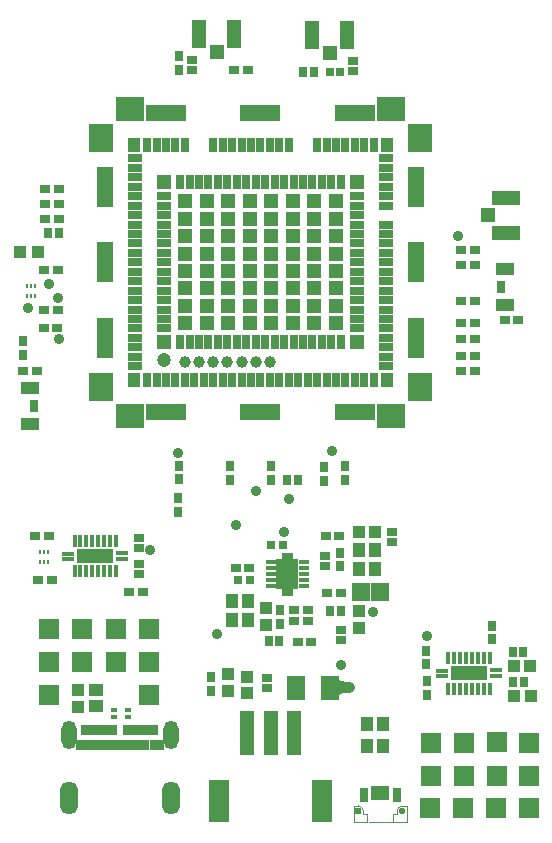
<source format=gts>
G04*
G04 #@! TF.GenerationSoftware,Altium Limited,Altium Designer,18.0.7 (293)*
G04*
G04 Layer_Color=8388736*
%FSLAX25Y25*%
%MOIN*%
G70*
G01*
G75*
%ADD12C,0.00299*%
%ADD21C,0.00300*%
%ADD69R,0.04737X0.02769*%
%ADD70R,0.02769X0.04737*%
%ADD71C,0.03950*%
%ADD72C,0.04737*%
%ADD73R,0.04343X0.04737*%
%ADD74R,0.04737X0.04737*%
%ADD75R,0.08280X0.09461*%
%ADD76R,0.09461X0.08280*%
%ADD77R,0.05524X0.13792*%
%ADD78R,0.13792X0.05524*%
%ADD79R,0.01981X0.03556*%
%ADD80R,0.04737X0.03556*%
%ADD81R,0.09461X0.04934*%
%ADD82R,0.04934X0.04934*%
%ADD83R,0.04934X0.04934*%
%ADD84R,0.04934X0.09461*%
%ADD85R,0.06312X0.03950*%
%ADD86R,0.03162X0.04343*%
%ADD87R,0.03753X0.03162*%
%ADD88R,0.04343X0.03950*%
%ADD89R,0.03162X0.03753*%
%ADD90R,0.03950X0.04343*%
%ADD91R,0.04343X0.01745*%
%ADD92R,0.01745X0.04343*%
%ADD93R,0.12217X0.04737*%
%ADD94R,0.01024X0.01614*%
%ADD95R,0.07300X0.10249*%
%ADD96R,0.03359X0.01784*%
%ADD97R,0.01902X0.02965*%
%ADD98C,0.03543*%
%ADD99R,0.03320X0.03162*%
%ADD100R,0.04343X0.04737*%
%ADD101R,0.04343X0.04343*%
%ADD102R,0.06706X0.14186*%
%ADD103R,0.04737X0.14580*%
%ADD104R,0.05918X0.07887*%
%ADD105R,0.04737X0.04343*%
%ADD106R,0.02205X0.01417*%
%ADD107R,0.03162X0.02769*%
%ADD108R,0.05918X0.06312*%
%ADD109R,0.03162X0.03320*%
%ADD110R,0.05906X0.04724*%
%ADD111R,0.03150X0.04724*%
%ADD112R,0.04343X0.04343*%
%ADD113R,0.02690X0.02926*%
%ADD114C,0.03800*%
%ADD115O,0.05131X0.09461*%
%ADD116O,0.05918X0.11036*%
%ADD117R,0.06706X0.06706*%
%ADD118R,0.06706X0.06706*%
%ADD119C,0.02299*%
%ADD120C,0.02402*%
G36*
X120083Y79420D02*
X120089Y79420D01*
X120109Y79418D01*
X120130Y79417D01*
X120135Y79416D01*
X120141Y79415D01*
X120161Y79411D01*
X120182Y79407D01*
X120187Y79405D01*
X120192Y79404D01*
X120211Y79397D01*
X120231Y79390D01*
X120236Y79387D01*
X120241Y79386D01*
X120260Y79376D01*
X120279Y79366D01*
X120283Y79364D01*
X120288Y79361D01*
X120305Y79349D01*
X120322Y79337D01*
X120326Y79334D01*
X120330Y79331D01*
X120346Y79317D01*
X120361Y79303D01*
X120365Y79299D01*
X120369Y79295D01*
X120382Y79279D01*
X120396Y79263D01*
X120399Y79259D01*
X120402Y79255D01*
X120414Y79237D01*
X120425Y79220D01*
X120428Y79215D01*
X120430Y79211D01*
X120439Y79191D01*
X120448Y79173D01*
X120450Y79168D01*
X120452Y79163D01*
X120458Y79143D01*
X120465Y79123D01*
X120466Y79118D01*
X120468Y79113D01*
X120471Y79092D01*
X120475Y79072D01*
X120476Y79066D01*
X120477Y79061D01*
X120502Y78823D01*
X120559Y78660D01*
X120655Y78516D01*
X120801Y78381D01*
X121010Y78253D01*
X121286Y78140D01*
X121633Y78047D01*
X122049Y77977D01*
X122531Y77935D01*
X123089Y77920D01*
X123109Y77918D01*
X123130Y77917D01*
X123135Y77916D01*
X123141Y77915D01*
X123161Y77911D01*
X123182Y77907D01*
X123187Y77905D01*
X123192Y77904D01*
X123212Y77896D01*
X123231Y77890D01*
X123236Y77887D01*
X123241Y77886D01*
X123260Y77876D01*
X123278Y77867D01*
X123283Y77864D01*
X123288Y77861D01*
X123305Y77849D01*
X123322Y77837D01*
X123326Y77834D01*
X123330Y77831D01*
X123346Y77817D01*
X123362Y77803D01*
X123365Y77799D01*
X123369Y77795D01*
X123382Y77779D01*
X123396Y77763D01*
X123399Y77759D01*
X123402Y77755D01*
X123414Y77737D01*
X123425Y77720D01*
X123427Y77715D01*
X123430Y77711D01*
X123439Y77692D01*
X123448Y77673D01*
X123450Y77668D01*
X123452Y77663D01*
X123459Y77643D01*
X123465Y77623D01*
X123466Y77618D01*
X123468Y77613D01*
X123471Y77592D01*
X123476Y77572D01*
X123476Y77566D01*
X123477Y77561D01*
X123478Y77540D01*
X123479Y77519D01*
Y74519D01*
X123478Y74498D01*
X123477Y74477D01*
X123476Y74472D01*
X123476Y74467D01*
X123471Y74447D01*
X123468Y74426D01*
X123466Y74421D01*
X123465Y74416D01*
X123459Y74396D01*
X123452Y74376D01*
X123450Y74371D01*
X123448Y74366D01*
X123439Y74347D01*
X123430Y74328D01*
X123428Y74324D01*
X123425Y74319D01*
X123414Y74302D01*
X123402Y74284D01*
X123399Y74280D01*
X123396Y74275D01*
X123382Y74260D01*
X123369Y74243D01*
X123365Y74240D01*
X123362Y74236D01*
X123346Y74222D01*
X123330Y74208D01*
X123326Y74205D01*
X123322Y74201D01*
X123305Y74190D01*
X123288Y74178D01*
X123283Y74175D01*
X123278Y74172D01*
X123260Y74163D01*
X123241Y74153D01*
X123236Y74151D01*
X123231Y74149D01*
X123212Y74142D01*
X123192Y74135D01*
X123187Y74134D01*
X123182Y74132D01*
X123161Y74128D01*
X123141Y74124D01*
X123135Y74123D01*
X123130Y74122D01*
X123109Y74121D01*
X123089Y74119D01*
X122531Y74104D01*
X122049Y74062D01*
X121633Y73992D01*
X121286Y73899D01*
X121010Y73786D01*
X120801Y73658D01*
X120655Y73523D01*
X120559Y73379D01*
X120502Y73216D01*
X120477Y72977D01*
X120476Y72972D01*
X120475Y72967D01*
X120471Y72947D01*
X120468Y72926D01*
X120466Y72921D01*
X120465Y72916D01*
X120458Y72896D01*
X120452Y72876D01*
X120450Y72871D01*
X120448Y72866D01*
X120439Y72847D01*
X120430Y72828D01*
X120428Y72824D01*
X120425Y72819D01*
X120414Y72802D01*
X120402Y72784D01*
X120399Y72780D01*
X120396Y72775D01*
X120382Y72760D01*
X120369Y72743D01*
X120365Y72740D01*
X120361Y72736D01*
X120346Y72722D01*
X120330Y72708D01*
X120326Y72705D01*
X120322Y72701D01*
X120305Y72690D01*
X120288Y72678D01*
X120283Y72675D01*
X120279Y72672D01*
X120259Y72663D01*
X120241Y72653D01*
X120236Y72651D01*
X120231Y72649D01*
X120211Y72642D01*
X120192Y72635D01*
X120187Y72634D01*
X120182Y72632D01*
X120161Y72628D01*
X120141Y72623D01*
X120135Y72623D01*
X120130Y72622D01*
X120109Y72621D01*
X120089Y72619D01*
X120083Y72619D01*
X120078Y72619D01*
X120057Y72620D01*
X120036Y72621D01*
X120031Y72622D01*
X120026Y72622D01*
X120005Y72626D01*
X119984Y72630D01*
X119980Y72631D01*
X119974Y72632D01*
X119954Y72639D01*
X119934Y72645D01*
X119930Y72647D01*
X119925Y72649D01*
X119906Y72658D01*
X119887Y72667D01*
X119882Y72670D01*
X119878Y72672D01*
X119860Y72684D01*
X119842Y72695D01*
X119838Y72698D01*
X119834Y72701D01*
X119818Y72715D01*
X119802Y72729D01*
X119799Y72733D01*
X119795Y72736D01*
X119781Y72752D01*
X119766Y72767D01*
X119764Y72771D01*
X119760Y72775D01*
X119748Y72793D01*
X119736Y72810D01*
X119734Y72815D01*
X119731Y72819D01*
X119721Y72838D01*
X119712Y72856D01*
X119710Y72861D01*
X119708Y72866D01*
X119701Y72886D01*
X119694Y72906D01*
X119693Y72911D01*
X119691Y72916D01*
X119687Y72936D01*
X119682Y72957D01*
X119682Y72962D01*
X119681Y72967D01*
X119679Y72988D01*
X119677Y73009D01*
X119677Y73014D01*
X119677Y73019D01*
Y79019D01*
X119677Y79025D01*
X119677Y79030D01*
X119679Y79051D01*
X119681Y79072D01*
X119682Y79077D01*
X119682Y79082D01*
X119687Y79102D01*
X119691Y79123D01*
X119693Y79128D01*
X119694Y79133D01*
X119701Y79153D01*
X119708Y79173D01*
X119710Y79178D01*
X119712Y79182D01*
X119722Y79201D01*
X119731Y79220D01*
X119734Y79224D01*
X119736Y79229D01*
X119748Y79246D01*
X119760Y79263D01*
X119764Y79267D01*
X119766Y79272D01*
X119781Y79287D01*
X119795Y79303D01*
X119799Y79306D01*
X119802Y79310D01*
X119818Y79324D01*
X119834Y79337D01*
X119838Y79340D01*
X119842Y79344D01*
X119860Y79355D01*
X119878Y79366D01*
X119882Y79369D01*
X119887Y79372D01*
X119906Y79381D01*
X119925Y79390D01*
X119930Y79391D01*
X119934Y79394D01*
X119954Y79400D01*
X119974Y79407D01*
X119979Y79408D01*
X119984Y79409D01*
X120005Y79413D01*
X120026Y79417D01*
X120031Y79417D01*
X120036Y79418D01*
X120057Y79419D01*
X120078Y79420D01*
X120083Y79420D01*
D02*
G37*
D12*
X128670Y34878D02*
G03*
X127095Y36492I-1595J20D01*
G01*
X141655Y36480D02*
G03*
X140041Y34905I-20J-1595D01*
G01*
D21*
X129953Y33815D02*
X130088D01*
Y30980D02*
Y33815D01*
Y30980D02*
X130090D01*
X130048D02*
X130090D01*
X128670Y33815D02*
X129953D01*
X128670D02*
Y34878D01*
X125560Y36492D02*
X127095D01*
X125560Y35822D02*
Y36492D01*
X130490Y30990D02*
X138220D01*
X125560Y30980D02*
X130090D01*
X125560D02*
Y35822D01*
X138614Y30990D02*
X143141D01*
Y35281D01*
Y36492D01*
X142236D02*
X143141D01*
X141655D02*
X142236D01*
X140031Y34905D02*
X140041D01*
X140031Y33815D02*
Y34905D01*
X138614Y30990D02*
Y33815D01*
X140031D01*
D69*
X52488Y183056D02*
D03*
Y186206D02*
D03*
Y189355D02*
D03*
Y192505D02*
D03*
Y195654D02*
D03*
Y198804D02*
D03*
Y201954D02*
D03*
Y205103D02*
D03*
Y208253D02*
D03*
Y211403D02*
D03*
Y214552D02*
D03*
Y217702D02*
D03*
Y220851D02*
D03*
Y224001D02*
D03*
Y227151D02*
D03*
Y230300D02*
D03*
Y233450D02*
D03*
Y236599D02*
D03*
Y239749D02*
D03*
Y242899D02*
D03*
Y246048D02*
D03*
Y249198D02*
D03*
Y252347D02*
D03*
X136346D02*
D03*
Y249198D02*
D03*
Y246048D02*
D03*
Y242899D02*
D03*
Y239749D02*
D03*
Y236599D02*
D03*
Y230300D02*
D03*
Y227151D02*
D03*
Y224001D02*
D03*
Y220851D02*
D03*
Y217702D02*
D03*
Y214552D02*
D03*
Y211403D02*
D03*
Y208253D02*
D03*
Y205103D02*
D03*
Y201954D02*
D03*
Y198804D02*
D03*
Y195654D02*
D03*
Y192505D02*
D03*
Y189355D02*
D03*
Y186206D02*
D03*
Y183056D02*
D03*
X62212Y195654D02*
D03*
Y198804D02*
D03*
Y201954D02*
D03*
Y205103D02*
D03*
Y208253D02*
D03*
Y211403D02*
D03*
Y214552D02*
D03*
Y217702D02*
D03*
Y220851D02*
D03*
Y224001D02*
D03*
Y227151D02*
D03*
Y230300D02*
D03*
Y233450D02*
D03*
Y236599D02*
D03*
Y239749D02*
D03*
X126622D02*
D03*
Y236599D02*
D03*
Y233450D02*
D03*
Y230300D02*
D03*
Y227151D02*
D03*
Y224001D02*
D03*
Y220851D02*
D03*
Y217702D02*
D03*
Y214552D02*
D03*
Y211403D02*
D03*
Y208253D02*
D03*
Y205103D02*
D03*
Y201954D02*
D03*
Y198804D02*
D03*
Y195654D02*
D03*
D70*
X56622Y256875D02*
D03*
X59771D02*
D03*
X62921D02*
D03*
X66070D02*
D03*
X69220D02*
D03*
X78669D02*
D03*
X81818D02*
D03*
X84968D02*
D03*
X88118D02*
D03*
X91267D02*
D03*
X94417D02*
D03*
X97566D02*
D03*
X100716D02*
D03*
X103866D02*
D03*
X113314D02*
D03*
X116464D02*
D03*
X119614D02*
D03*
X122763D02*
D03*
X125913D02*
D03*
X129062D02*
D03*
X132212D02*
D03*
Y178528D02*
D03*
X129062D02*
D03*
X125913D02*
D03*
X122763D02*
D03*
X119614D02*
D03*
X116464D02*
D03*
X113314D02*
D03*
X110165D02*
D03*
X107015D02*
D03*
X103866D02*
D03*
X100716D02*
D03*
X97566D02*
D03*
X94417D02*
D03*
X91267D02*
D03*
X88118D02*
D03*
X84968D02*
D03*
X81818D02*
D03*
X78669D02*
D03*
X75519D02*
D03*
X72370D02*
D03*
X69220D02*
D03*
X66070D02*
D03*
X62921D02*
D03*
X59771D02*
D03*
X56622D02*
D03*
X67645Y244395D02*
D03*
X70795D02*
D03*
X73944D02*
D03*
X77094D02*
D03*
X80244D02*
D03*
X83393D02*
D03*
X86543D02*
D03*
X89692D02*
D03*
X92842D02*
D03*
X95992D02*
D03*
X99141D02*
D03*
X102291D02*
D03*
X105440D02*
D03*
X108590D02*
D03*
X111740D02*
D03*
X114889D02*
D03*
X118039D02*
D03*
X121188D02*
D03*
Y191009D02*
D03*
X118039D02*
D03*
X114889D02*
D03*
X111740D02*
D03*
X108590D02*
D03*
X105440D02*
D03*
X102291D02*
D03*
X99141D02*
D03*
X95992D02*
D03*
X92842D02*
D03*
X89692D02*
D03*
X86543D02*
D03*
X83393D02*
D03*
X80244D02*
D03*
X77094D02*
D03*
X73944D02*
D03*
X70795D02*
D03*
X67645D02*
D03*
D71*
X97566Y184316D02*
D03*
X92842D02*
D03*
X88118D02*
D03*
X83393D02*
D03*
X78669D02*
D03*
X73944D02*
D03*
X69220D02*
D03*
D72*
X62212Y185123D02*
D03*
D73*
X136543Y178528D02*
D03*
X52291D02*
D03*
X136543Y256875D02*
D03*
X52291D02*
D03*
D74*
X69269Y214798D02*
D03*
X76454D02*
D03*
X83639D02*
D03*
X90824D02*
D03*
X98009D02*
D03*
X105194D02*
D03*
X112379D02*
D03*
X119564D02*
D03*
X69269Y208991D02*
D03*
X76454D02*
D03*
X83639D02*
D03*
X90824D02*
D03*
X98009D02*
D03*
X105194D02*
D03*
X112379D02*
D03*
X119564D02*
D03*
X69269Y203184D02*
D03*
X76454D02*
D03*
X83639D02*
D03*
X90824D02*
D03*
X98009D02*
D03*
X105194D02*
D03*
X112379D02*
D03*
X119564D02*
D03*
X69269Y197377D02*
D03*
X76454D02*
D03*
X83639D02*
D03*
X90824D02*
D03*
X98009D02*
D03*
X105194D02*
D03*
X112379D02*
D03*
X119564D02*
D03*
Y220605D02*
D03*
X112379D02*
D03*
X105194D02*
D03*
X98009D02*
D03*
X90824D02*
D03*
X83639D02*
D03*
X76454D02*
D03*
X69269D02*
D03*
X119564Y226412D02*
D03*
X112379D02*
D03*
X105194D02*
D03*
X98009D02*
D03*
X90824D02*
D03*
X83639D02*
D03*
X76454D02*
D03*
X69269D02*
D03*
X119564Y232220D02*
D03*
X112379D02*
D03*
X105194D02*
D03*
X98009D02*
D03*
X90824D02*
D03*
X83639D02*
D03*
X76454D02*
D03*
X69269D02*
D03*
X119564Y238026D02*
D03*
X112379D02*
D03*
X105194D02*
D03*
X98009D02*
D03*
X90824D02*
D03*
X83639D02*
D03*
X76454D02*
D03*
X69269D02*
D03*
X62212Y244395D02*
D03*
X126622D02*
D03*
Y191009D02*
D03*
X62212D02*
D03*
D75*
X147566Y176166D02*
D03*
X41267D02*
D03*
X147566Y259237D02*
D03*
X41267D02*
D03*
D76*
X137921Y166521D02*
D03*
X50913D02*
D03*
X137921Y268883D02*
D03*
X50913D02*
D03*
D77*
X42645Y192505D02*
D03*
Y217702D02*
D03*
Y242899D02*
D03*
X146188D02*
D03*
Y217702D02*
D03*
Y192505D02*
D03*
D78*
X62921Y267505D02*
D03*
X94417D02*
D03*
X125913D02*
D03*
Y167899D02*
D03*
X94417D02*
D03*
X62921D02*
D03*
D79*
X35761Y61817D02*
D03*
X37730D02*
D03*
X39698D02*
D03*
X41667D02*
D03*
X43635D02*
D03*
X45604D02*
D03*
X49541D02*
D03*
X51509D02*
D03*
X53478D02*
D03*
X55446D02*
D03*
X57415D02*
D03*
X59383D02*
D03*
X56430Y56698D02*
D03*
X54462D02*
D03*
X52493D02*
D03*
X50525D02*
D03*
X48556D02*
D03*
X46588D02*
D03*
X44619D02*
D03*
X42651D02*
D03*
X40682D02*
D03*
X38714D02*
D03*
D80*
X59777D02*
D03*
X35367D02*
D03*
D81*
X176180Y227613D02*
D03*
Y239227D02*
D03*
D82*
X170176Y233420D02*
D03*
D83*
X79880Y287716D02*
D03*
X117527Y287556D02*
D03*
D84*
X74073Y293720D02*
D03*
X85687D02*
D03*
X123334Y293560D02*
D03*
X111720D02*
D03*
D85*
X17542Y175706D02*
D03*
Y163894D02*
D03*
X175958Y203535D02*
D03*
Y215346D02*
D03*
D86*
X18920Y169800D02*
D03*
X174580Y209440D02*
D03*
D87*
X19844Y181520D02*
D03*
X15316D02*
D03*
X175860Y198460D02*
D03*
X180388D02*
D03*
X161316Y204960D02*
D03*
X165844D02*
D03*
X161320Y192040D02*
D03*
X165848D02*
D03*
X161240Y197340D02*
D03*
X165768D02*
D03*
X50596Y107820D02*
D03*
X55124D02*
D03*
X161360Y216900D02*
D03*
X165888D02*
D03*
X27195Y242175D02*
D03*
X22667D02*
D03*
X161360Y221780D02*
D03*
X165888D02*
D03*
X27195Y237095D02*
D03*
X22667D02*
D03*
X161360Y186635D02*
D03*
X165888D02*
D03*
X27195Y232255D02*
D03*
X22667D02*
D03*
X161360Y181595D02*
D03*
X165888D02*
D03*
X24884Y111940D02*
D03*
X20356D02*
D03*
X19276Y126540D02*
D03*
X23804D02*
D03*
X22372Y215260D02*
D03*
X26900D02*
D03*
X111368Y91300D02*
D03*
X106840D02*
D03*
X90724Y115740D02*
D03*
X86196D02*
D03*
X120684Y126380D02*
D03*
X116156D02*
D03*
X116616Y107440D02*
D03*
X121144D02*
D03*
X26955Y201875D02*
D03*
X22427D02*
D03*
X85696Y281720D02*
D03*
X90224D02*
D03*
X22204Y195735D02*
D03*
X26731D02*
D03*
D88*
X33674Y69493D02*
D03*
Y75004D02*
D03*
X89860Y79616D02*
D03*
Y74104D02*
D03*
X127194Y101304D02*
D03*
Y95793D02*
D03*
X96160Y96824D02*
D03*
Y102336D02*
D03*
D89*
X122551Y149723D02*
D03*
Y145195D02*
D03*
X66960Y134492D02*
D03*
Y139020D02*
D03*
X67231Y281867D02*
D03*
Y286395D02*
D03*
X149840Y78064D02*
D03*
Y73536D02*
D03*
X84200Y149760D02*
D03*
Y145232D02*
D03*
X171560Y96604D02*
D03*
Y92076D02*
D03*
X149740Y88288D02*
D03*
Y83760D02*
D03*
X77980Y79308D02*
D03*
Y74780D02*
D03*
X120860Y120924D02*
D03*
Y116396D02*
D03*
X101040Y101744D02*
D03*
Y97216D02*
D03*
X97911Y149662D02*
D03*
Y145135D02*
D03*
X15160Y186856D02*
D03*
Y191384D02*
D03*
X67131Y145371D02*
D03*
Y149899D02*
D03*
X115660Y149360D02*
D03*
Y144832D02*
D03*
D90*
X184516Y73120D02*
D03*
X179004D02*
D03*
X184396Y83080D02*
D03*
X178884D02*
D03*
X132670Y127749D02*
D03*
X127158D02*
D03*
D91*
X48388Y120770D02*
D03*
X30278Y120572D02*
D03*
Y118801D02*
D03*
X48388D02*
D03*
X173015Y81724D02*
D03*
X154905Y81527D02*
D03*
Y79756D02*
D03*
X173015D02*
D03*
D92*
X46223Y124904D02*
D03*
X44254D02*
D03*
X42286D02*
D03*
X40317D02*
D03*
X38349D02*
D03*
X36380D02*
D03*
X34412D02*
D03*
X32443D02*
D03*
Y114667D02*
D03*
X34412D02*
D03*
X36380D02*
D03*
X38349D02*
D03*
X40317D02*
D03*
X42286D02*
D03*
X44254D02*
D03*
X46223D02*
D03*
X170850Y85858D02*
D03*
X168881D02*
D03*
X166913D02*
D03*
X164944D02*
D03*
X162976D02*
D03*
X161007D02*
D03*
X159039D02*
D03*
X157070D02*
D03*
Y75622D02*
D03*
X159039D02*
D03*
X161007D02*
D03*
X162976D02*
D03*
X164944D02*
D03*
X166913D02*
D03*
X168881D02*
D03*
X170850D02*
D03*
D93*
X39333Y119785D02*
D03*
X163960Y80740D02*
D03*
D94*
X19198Y209686D02*
D03*
X17820D02*
D03*
X16442D02*
D03*
X19198Y206340D02*
D03*
X17820D02*
D03*
X16442D02*
D03*
X20902Y117713D02*
D03*
X22280D02*
D03*
X23658D02*
D03*
X20902Y121060D02*
D03*
X22280D02*
D03*
X23658D02*
D03*
D95*
X103432Y113701D02*
D03*
D96*
X97960Y109843D02*
D03*
Y111811D02*
D03*
Y113780D02*
D03*
Y115743D02*
D03*
Y117717D02*
D03*
X108984D02*
D03*
Y115749D02*
D03*
Y113780D02*
D03*
Y111811D02*
D03*
Y109843D02*
D03*
D97*
X104417Y107894D02*
D03*
X102448D02*
D03*
Y119508D02*
D03*
X104417D02*
D03*
D98*
X102174Y127889D02*
D03*
X160376Y226615D02*
D03*
X79960Y93700D02*
D03*
X131994Y101268D02*
D03*
X104011Y138655D02*
D03*
X23920Y210580D02*
D03*
X17040Y202560D02*
D03*
X26920Y205880D02*
D03*
X27360Y192180D02*
D03*
X67051Y154075D02*
D03*
X92860Y141400D02*
D03*
X86180Y130200D02*
D03*
X118380Y154940D02*
D03*
X149980Y93020D02*
D03*
X57740Y121780D02*
D03*
X121260Y83620D02*
D03*
D99*
X53832Y113715D02*
D03*
Y117180D02*
D03*
X96660Y75768D02*
D03*
Y79232D02*
D03*
X138240Y124368D02*
D03*
Y127832D02*
D03*
X115994Y119849D02*
D03*
Y116384D02*
D03*
X121420Y91735D02*
D03*
Y95200D02*
D03*
X110400Y98288D02*
D03*
Y101752D02*
D03*
X105740Y98268D02*
D03*
Y101732D02*
D03*
X71700Y285132D02*
D03*
Y281668D02*
D03*
X53832Y122308D02*
D03*
Y125772D02*
D03*
X125320Y281360D02*
D03*
Y284825D02*
D03*
D100*
X132499Y115323D02*
D03*
X127184D02*
D03*
Y121819D02*
D03*
X132499D02*
D03*
X90360Y98440D02*
D03*
X85045D02*
D03*
X90320Y104660D02*
D03*
X85005D02*
D03*
X135408Y56383D02*
D03*
X130093D02*
D03*
X135344Y63832D02*
D03*
X130029D02*
D03*
D101*
X83741Y80611D02*
D03*
Y74667D02*
D03*
D102*
X80708Y38140D02*
D03*
X114960D02*
D03*
D103*
X105708Y60778D02*
D03*
X97834D02*
D03*
X89960D02*
D03*
D104*
X106114Y75908D02*
D03*
X117531D02*
D03*
D105*
X39734Y69674D02*
D03*
Y74989D02*
D03*
D106*
X45440Y66240D02*
D03*
X50361D02*
D03*
Y68405D02*
D03*
X45440D02*
D03*
D107*
X87091Y111720D02*
D03*
X91028D02*
D03*
X97945Y123488D02*
D03*
X101882D02*
D03*
D108*
X127873Y107724D02*
D03*
X134172D02*
D03*
D109*
X117708Y101320D02*
D03*
X121172D02*
D03*
X100746Y91429D02*
D03*
X97281D02*
D03*
X106772Y145020D02*
D03*
X103308D02*
D03*
X23679Y227495D02*
D03*
X27143D02*
D03*
X178600Y87860D02*
D03*
X182065D02*
D03*
X178735Y77960D02*
D03*
X182200D02*
D03*
X112200Y281220D02*
D03*
X108735D02*
D03*
D110*
X134344Y40806D02*
D03*
D111*
X139855Y40215D02*
D03*
X128832D02*
D03*
D112*
X20105Y221080D02*
D03*
X14160D02*
D03*
D113*
X117448Y281200D02*
D03*
X120912D02*
D03*
D114*
X117642Y76019D02*
X123975D01*
D115*
X30564Y60202D02*
D03*
X64580D02*
D03*
D116*
X30564Y39100D02*
D03*
X64580D02*
D03*
D117*
X162340Y46600D02*
D03*
X35080Y84440D02*
D03*
X35020Y95400D02*
D03*
X24000Y95380D02*
D03*
X24020Y84460D02*
D03*
X57280Y95400D02*
D03*
Y84400D02*
D03*
X151120Y46580D02*
D03*
X173098Y35680D02*
D03*
X151120Y57580D02*
D03*
X151098Y35680D02*
D03*
X46160Y95400D02*
D03*
X161998Y35680D02*
D03*
X46200Y84420D02*
D03*
X184000Y35700D02*
D03*
X184040Y57620D02*
D03*
X184000Y46620D02*
D03*
X173260Y57640D02*
D03*
X173220Y46600D02*
D03*
X162140Y57620D02*
D03*
X57340Y73480D02*
D03*
D118*
X24020Y73520D02*
D03*
D119*
X141627Y34900D02*
D03*
D120*
X127060D02*
D03*
M02*

</source>
